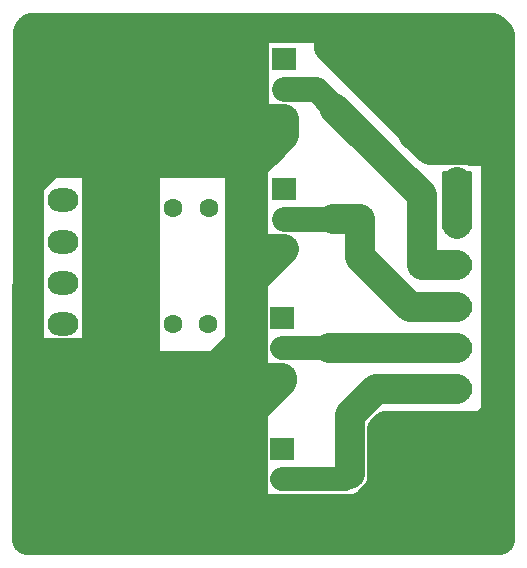
<source format=gbr>
G04 #@! TF.GenerationSoftware,KiCad,Pcbnew,5.1.9*
G04 #@! TF.CreationDate,2021-08-09T17:38:43+02:00*
G04 #@! TF.ProjectId,led_amplifier,6c65645f-616d-4706-9c69-666965722e6b,1*
G04 #@! TF.SameCoordinates,Original*
G04 #@! TF.FileFunction,Copper,L2,Bot*
G04 #@! TF.FilePolarity,Positive*
%FSLAX45Y45*%
G04 Gerber Fmt 4.5, Leading zero omitted, Abs format (unit mm)*
G04 Created by KiCad (PCBNEW 5.1.9) date 2021-08-09 17:38:43*
%MOMM*%
%LPD*%
G01*
G04 APERTURE LIST*
G04 #@! TA.AperFunction,ComponentPad*
%ADD10O,1.600000X1.600000*%
G04 #@! TD*
G04 #@! TA.AperFunction,ComponentPad*
%ADD11C,1.600000*%
G04 #@! TD*
G04 #@! TA.AperFunction,ComponentPad*
%ADD12O,2.000000X1.905000*%
G04 #@! TD*
G04 #@! TA.AperFunction,ComponentPad*
%ADD13R,2.000000X1.905000*%
G04 #@! TD*
G04 #@! TA.AperFunction,ComponentPad*
%ADD14O,2.600000X2.000000*%
G04 #@! TD*
G04 #@! TA.AperFunction,Conductor*
%ADD15C,1.700000*%
G04 #@! TD*
G04 #@! TA.AperFunction,Conductor*
%ADD16C,2.500000*%
G04 #@! TD*
G04 #@! TA.AperFunction,Conductor*
%ADD17C,2.200000*%
G04 #@! TD*
G04 #@! TA.AperFunction,Conductor*
%ADD18C,2.000000*%
G04 #@! TD*
G04 #@! TA.AperFunction,Conductor*
%ADD19C,2.100000*%
G04 #@! TD*
G04 APERTURE END LIST*
D10*
X15781020Y-9151620D03*
D11*
X15781020Y-8135620D03*
D12*
X16409670Y-9697720D03*
X16409670Y-9443720D03*
D13*
X16409670Y-9189720D03*
G04 #@! TA.AperFunction,ComponentPad*
G36*
G01*
X17784220Y-6837320D02*
X17994220Y-6837320D01*
G75*
G02*
X18019220Y-6862320I0J-25000D01*
G01*
X18019220Y-7012320D01*
G75*
G02*
X17994220Y-7037320I-25000J0D01*
G01*
X17784220Y-7037320D01*
G75*
G02*
X17759220Y-7012320I0J25000D01*
G01*
X17759220Y-6862320D01*
G75*
G02*
X17784220Y-6837320I25000J0D01*
G01*
G37*
G04 #@! TD.AperFunction*
D14*
X17889220Y-7287320D03*
X17889220Y-7637320D03*
X17889220Y-7987320D03*
X17889220Y-8337320D03*
X17889220Y-8687320D03*
X17889220Y-9037320D03*
D13*
X16422370Y-5894070D03*
D12*
X16422370Y-6148070D03*
X16422370Y-6402070D03*
D13*
X16422370Y-6993890D03*
D12*
X16422370Y-7247890D03*
X16422370Y-7501890D03*
D13*
X16410160Y-8081570D03*
D12*
X16410160Y-8335570D03*
X16410160Y-8589570D03*
G04 #@! TA.AperFunction,ComponentPad*
G36*
G01*
X14661740Y-8586140D02*
X14451740Y-8586140D01*
G75*
G02*
X14426740Y-8561140I0J25000D01*
G01*
X14426740Y-8411140D01*
G75*
G02*
X14451740Y-8386140I25000J0D01*
G01*
X14661740Y-8386140D01*
G75*
G02*
X14686740Y-8411140I0J-25000D01*
G01*
X14686740Y-8561140D01*
G75*
G02*
X14661740Y-8586140I-25000J0D01*
G01*
G37*
G04 #@! TD.AperFunction*
D14*
X14556740Y-8136140D03*
X14556740Y-7786140D03*
X14556740Y-7436140D03*
X14556740Y-7086140D03*
D11*
X15485110Y-8135620D03*
D10*
X15485110Y-9151620D03*
D11*
X15787370Y-7153910D03*
D10*
X15787370Y-6137910D03*
X15485110Y-6136640D03*
D11*
X15485110Y-7152640D03*
D15*
X15427100Y-9662160D02*
X15424870Y-9664390D01*
X15436610Y-9676130D02*
X15424870Y-9664390D01*
D16*
X15180310Y-9697720D02*
X14781530Y-9298940D01*
X17889220Y-9037320D02*
X17889220Y-9345930D01*
X16409670Y-9697720D02*
X16134080Y-9697720D01*
X14839390Y-8589570D02*
X14781530Y-8647430D01*
X14781530Y-8488680D02*
X14781530Y-8647430D01*
X16410160Y-8589570D02*
X16049700Y-8589570D01*
X16422370Y-7501890D02*
X16049700Y-7874560D01*
X16422370Y-6537640D02*
X16422370Y-6402070D01*
X16049700Y-6910310D02*
X16049700Y-5807150D01*
X16049700Y-5807150D02*
X15965170Y-5722620D01*
X16049700Y-5807150D02*
X16026840Y-5807150D01*
X15586150Y-5807150D02*
X15415255Y-5636255D01*
X15873730Y-5631180D02*
X16049700Y-5807150D01*
X15410180Y-5631180D02*
X15873730Y-5631180D01*
X14284960Y-5631180D02*
X14265910Y-5650230D01*
X17889220Y-9037320D02*
X17889220Y-9721850D01*
X17889220Y-9721850D02*
X17783810Y-9827260D01*
X14627225Y-9396095D02*
X14627225Y-8493125D01*
X14627225Y-8493125D02*
X14781530Y-8647430D01*
X17783810Y-9714230D02*
X17652365Y-9582785D01*
X17783810Y-9827260D02*
X17783810Y-9714230D01*
X17889220Y-9345930D02*
X17652365Y-9582785D01*
X17652365Y-9582785D02*
X17537430Y-9697720D01*
X17889220Y-9037320D02*
X17678400Y-9037320D01*
X17678400Y-9037320D02*
X17537430Y-9178290D01*
X17705070Y-9345930D02*
X17537430Y-9178290D01*
X17889220Y-9345930D02*
X17705070Y-9345930D01*
X17705070Y-9221470D02*
X17889220Y-9037320D01*
X17705070Y-9345930D02*
X17705070Y-9221470D01*
X17537430Y-9476740D02*
X17537430Y-9565640D01*
X17537430Y-9476740D02*
X17537430Y-9697720D01*
X17537430Y-9178290D02*
X17537430Y-9476740D01*
X17537430Y-9565640D02*
X17405350Y-9697720D01*
X17537430Y-9697720D02*
X17405350Y-9697720D01*
X17405350Y-9697720D02*
X17063720Y-9697720D01*
X16319154Y-9697720D02*
X16134080Y-9697720D01*
X17063720Y-9697720D02*
X16319154Y-9697720D01*
X16049700Y-9580170D02*
X15932150Y-9697720D01*
X16134080Y-9697720D02*
X15932150Y-9697720D01*
X15822220Y-9587790D02*
X15932150Y-9697720D01*
X15552980Y-9594140D02*
X15656560Y-9697720D01*
X15552980Y-8589570D02*
X15552980Y-9594140D01*
X15822220Y-8589570D02*
X15552980Y-8589570D01*
X15932150Y-9697720D02*
X15656560Y-9697720D01*
X15656560Y-9697720D02*
X15180310Y-9697720D01*
X15033550Y-8899450D02*
X14781530Y-8647430D01*
X15822220Y-8589570D02*
X15822220Y-8899450D01*
X15822220Y-8899450D02*
X15033550Y-8899450D01*
X15822220Y-8589570D02*
X15343430Y-8589570D01*
X15683155Y-8760385D02*
X15822220Y-8899450D01*
X15343430Y-8589570D02*
X15172615Y-8760385D01*
X15172615Y-8760385D02*
X15683155Y-8760385D01*
X15172615Y-8760385D02*
X15033550Y-8899450D01*
X15727530Y-9015730D02*
X15822220Y-9110420D01*
X14781530Y-9015730D02*
X15727530Y-9015730D01*
X14781530Y-8647430D02*
X14781530Y-9015730D01*
X14781530Y-9015730D02*
X14781530Y-9298940D01*
X15822220Y-8899450D02*
X15822220Y-9110420D01*
X14781530Y-9015730D02*
X15601800Y-9015730D01*
X15822220Y-9110420D02*
X15822220Y-9236150D01*
X15822220Y-9236150D02*
X15822220Y-9587790D01*
X15604490Y-9298940D02*
X15744750Y-9158680D01*
X14781530Y-9298940D02*
X15604490Y-9298940D01*
X15601800Y-9015730D02*
X15744750Y-9158680D01*
X15744750Y-9158680D02*
X15822220Y-9236150D01*
X15250160Y-9015730D02*
X15822220Y-9587790D01*
X14781530Y-9021050D02*
X15424870Y-9664390D01*
X14781530Y-9015730D02*
X14781530Y-9021050D01*
X15119350Y-9066370D02*
X15119350Y-9015730D01*
X15719870Y-9666890D02*
X15119350Y-9066370D01*
X14781530Y-9015730D02*
X15119350Y-9015730D01*
X15119350Y-9015730D02*
X15250160Y-9015730D01*
X17783810Y-9827260D02*
X15276830Y-9827260D01*
X15276830Y-9827260D02*
X15058390Y-9827260D01*
X14697710Y-9827260D02*
X14521180Y-9650730D01*
X14267180Y-9827260D02*
X14903450Y-9827260D01*
X14265910Y-9825990D02*
X14267180Y-9827260D01*
X15276830Y-9827260D02*
X14903450Y-9827260D01*
X14903450Y-9827260D02*
X14697710Y-9827260D01*
X15989871Y-6073711D02*
X15723310Y-5807150D01*
X16049700Y-5807150D02*
X15723310Y-5807150D01*
X15723310Y-5807150D02*
X15586150Y-5807150D01*
X14502829Y-6769799D02*
X14265910Y-6532880D01*
X14443011Y-6769799D02*
X14916721Y-6769799D01*
X14265910Y-6946900D02*
X14443011Y-6769799D01*
X14265910Y-6946900D02*
X14265910Y-8131810D01*
X14265910Y-6532880D02*
X14265910Y-6946900D01*
X15989871Y-6769799D02*
X14916721Y-6769799D01*
X14916721Y-6769799D02*
X14502829Y-6769799D01*
X14265910Y-6325870D02*
X14265910Y-6532880D01*
X15645280Y-5885180D02*
X15723310Y-5807150D01*
X14265910Y-5650230D02*
X14265910Y-5885180D01*
X15801340Y-5885180D02*
X15989871Y-6073711D01*
X15989871Y-6357049D02*
X15989871Y-6257861D01*
X15989871Y-6357049D02*
X15989871Y-6073711D01*
X15617190Y-5885180D02*
X15801340Y-5885180D01*
X15706789Y-6357049D02*
X15234920Y-5885180D01*
X15989871Y-6357049D02*
X15706789Y-6357049D01*
X14265910Y-5885180D02*
X15234920Y-5885180D01*
X15234920Y-5885180D02*
X15617190Y-5885180D01*
X14461490Y-6046470D02*
X14265910Y-6242050D01*
X15778480Y-6046470D02*
X15617190Y-5885180D01*
X15778480Y-6046470D02*
X14461490Y-6046470D01*
X14265910Y-5885180D02*
X14265910Y-6242050D01*
X14265910Y-6242050D02*
X14265910Y-6325870D01*
X14575790Y-6153150D02*
X14334490Y-6394450D01*
X15885160Y-6153150D02*
X14575790Y-6153150D01*
X15885160Y-6153150D02*
X15778480Y-6046470D01*
X15989871Y-6257861D02*
X15885160Y-6153150D01*
X14334490Y-6394450D02*
X14265910Y-6325870D01*
X14666659Y-6257861D02*
X14432280Y-6492240D01*
X14432280Y-6492240D02*
X14334490Y-6394450D01*
X15989871Y-6769799D02*
X15989871Y-6562789D01*
X15989871Y-6562789D02*
X14971587Y-6562789D01*
X15989871Y-6562789D02*
X15989871Y-6357049D01*
X14848013Y-6769799D02*
X15359951Y-6257861D01*
X15989871Y-6257861D02*
X15359951Y-6257861D01*
X14502829Y-6769799D02*
X14848013Y-6769799D01*
X15359951Y-6257861D02*
X14666659Y-6257861D01*
X15706789Y-6357049D02*
X15071661Y-6357049D01*
X14971587Y-6562789D02*
X14918754Y-6509956D01*
X15071661Y-6357049D02*
X14918754Y-6509956D01*
X14918754Y-6509956D02*
X14666659Y-6257861D01*
X14603794Y-6509956D02*
X14526895Y-6586855D01*
X14918754Y-6509956D02*
X14603794Y-6509956D01*
X14526895Y-6586855D02*
X14432280Y-6492240D01*
X14918690Y-5631180D02*
X14664690Y-5885180D01*
X15410180Y-5631180D02*
X14918690Y-5631180D01*
X14632940Y-5631180D02*
X15391280Y-5631180D01*
X15726410Y-5631180D02*
X14632940Y-5631180D01*
X14632940Y-5631180D02*
X14284960Y-5631180D01*
X14848013Y-6754174D02*
X14603794Y-6509956D01*
X14848013Y-6769799D02*
X14848013Y-6754174D01*
X17395190Y-5631180D02*
X16958310Y-5631180D01*
X17783810Y-9827260D02*
X18230850Y-9827260D01*
X18230850Y-9827260D02*
X18220690Y-9817100D01*
X18197830Y-9037320D02*
X18220690Y-9060180D01*
X17889220Y-9037320D02*
X18197830Y-9037320D01*
X18220690Y-9060180D02*
X18220690Y-6456680D01*
X17889220Y-9037320D02*
X17889220Y-9038590D01*
X17889220Y-9038590D02*
X18220690Y-9370060D01*
X18220690Y-9370060D02*
X18220690Y-9060180D01*
X17889220Y-9037320D02*
X17889220Y-9375140D01*
X18220690Y-9817100D02*
X18220690Y-9706610D01*
X18220690Y-9706610D02*
X18220690Y-9370060D01*
X17783810Y-9822180D02*
X18060035Y-9545955D01*
X17783810Y-9827260D02*
X17783810Y-9822180D01*
X17889220Y-9375140D02*
X18060035Y-9545955D01*
X18060035Y-9545955D02*
X18220690Y-9706610D01*
X16958310Y-5631180D02*
X17622520Y-5631180D01*
X18220690Y-5655310D02*
X18196560Y-5631180D01*
X18196560Y-5631180D02*
X17792700Y-5631180D01*
X17792700Y-5631180D02*
X17622520Y-5631180D01*
X18012410Y-6061710D02*
X18012410Y-6248400D01*
X18220690Y-6456680D02*
X18012410Y-6248400D01*
X17792700Y-5631180D02*
X17792700Y-5842000D01*
X18196560Y-5631180D02*
X18196560Y-5676900D01*
X17912080Y-5961380D02*
X18012410Y-6061710D01*
X17867630Y-5767070D02*
X17792700Y-5842000D01*
X18106390Y-5767070D02*
X17867630Y-5767070D01*
X18196560Y-5676900D02*
X18106390Y-5767070D01*
X18106390Y-5767070D02*
X17912080Y-5961380D01*
X18220690Y-6023610D02*
X17974310Y-6023610D01*
X17974310Y-6023610D02*
X17912080Y-5961380D01*
X18220690Y-6023610D02*
X18220690Y-5655310D01*
X16927830Y-5767070D02*
X16791940Y-5631180D01*
X16791940Y-5631180D02*
X16958310Y-5631180D01*
X17867630Y-5767070D02*
X17056100Y-5767070D01*
X17056100Y-5767070D02*
X16927830Y-5767070D01*
X18204180Y-6667500D02*
X18220690Y-6667500D01*
X18220690Y-6667500D02*
X18220690Y-6023610D01*
X18220690Y-6023610D02*
X18220690Y-6849110D01*
X18220690Y-6849110D02*
X18220690Y-6667500D01*
X18058130Y-6478270D02*
X18204180Y-6667500D01*
X18058130Y-6478270D02*
X17692370Y-6478270D01*
X17122140Y-5908040D02*
X17122140Y-5767070D01*
X17056100Y-5767070D02*
X17122140Y-5767070D01*
X17829530Y-5908040D02*
X17844135Y-5893435D01*
X17792700Y-5842000D02*
X17844135Y-5893435D01*
X17844135Y-5893435D02*
X17912080Y-5961380D01*
X17834610Y-6168390D02*
X17883505Y-6119495D01*
X17382490Y-6168390D02*
X17834610Y-6168390D01*
X17382490Y-6168390D02*
X17122140Y-5908040D01*
X17692370Y-6478270D02*
X17382490Y-6168390D01*
X18012410Y-6248400D02*
X17883505Y-6119495D01*
X17883505Y-6119495D02*
X17395190Y-5631180D01*
X17989550Y-6478270D02*
X17419320Y-5908040D01*
X18058130Y-6478270D02*
X17989550Y-6478270D01*
X17122140Y-5908040D02*
X17419320Y-5908040D01*
X17419320Y-5908040D02*
X17829530Y-5908040D01*
X15236190Y-5631180D02*
X14982190Y-5885180D01*
X15410180Y-5631180D02*
X15236190Y-5631180D01*
X14664690Y-5885180D02*
X14982190Y-5885180D01*
X15410180Y-5631180D02*
X15410180Y-5797550D01*
X15410180Y-5797550D02*
X15322550Y-5885180D01*
X14982190Y-5885180D02*
X15322550Y-5885180D01*
X15322550Y-5885180D02*
X15645280Y-5885180D01*
X14632940Y-5711190D02*
X14458950Y-5885180D01*
X14265910Y-5885180D02*
X14458950Y-5885180D01*
X14632940Y-5631180D02*
X14632940Y-5711190D01*
X14458950Y-5885180D02*
X14664690Y-5885180D01*
X14284960Y-5711190D02*
X14458950Y-5885180D01*
X14284960Y-5631180D02*
X14284960Y-5711190D01*
X16225670Y-5631180D02*
X16314420Y-5631180D01*
X16049700Y-5807150D02*
X16225670Y-5631180D01*
X15726410Y-5631180D02*
X16314420Y-5631180D01*
X16314420Y-5631180D02*
X16791940Y-5631180D01*
X16049700Y-6369760D02*
X16049700Y-5807150D01*
X16319975Y-6640035D02*
X16422370Y-6537640D01*
X16082010Y-6402070D02*
X16049700Y-6369760D01*
X16422370Y-6402070D02*
X16082010Y-6402070D01*
X16049700Y-6910310D02*
X16319975Y-6640035D01*
X18004359Y-6667500D02*
X18204180Y-6667500D01*
X18001058Y-6664199D02*
X18004359Y-6667500D01*
X17656049Y-6664199D02*
X18001058Y-6664199D01*
X14817090Y-9650730D02*
X14849475Y-9618345D01*
X14521180Y-9650730D02*
X14817090Y-9650730D01*
X15058390Y-9827260D02*
X14849475Y-9618345D01*
X14849475Y-9618345D02*
X14627225Y-9396095D01*
X18220690Y-9706610D02*
X18252177Y-9706610D01*
X18249911Y-5684531D02*
X18220690Y-5655310D01*
X18252177Y-9706610D02*
X18249911Y-5684531D01*
X18252177Y-9706610D02*
X18252177Y-9842237D01*
X14282156Y-9842237D02*
X14265910Y-9825990D01*
X14282156Y-9842237D02*
X18252177Y-9842237D01*
X18252177Y-9842237D02*
X18252177Y-9706503D01*
X18249911Y-9839971D02*
X18252177Y-9842237D01*
X14282156Y-9842237D02*
X14282156Y-9960509D01*
X18249911Y-9839971D02*
X18249911Y-9960509D01*
X14254435Y-5661705D02*
X14265910Y-5650230D01*
X14250897Y-9960509D02*
X14254435Y-5661705D01*
X15706789Y-5946689D02*
X15549320Y-5789220D01*
X15706789Y-6357049D02*
X15706789Y-5946689D01*
X15391280Y-5631180D02*
X15549320Y-5789220D01*
X15549320Y-5789220D02*
X15645280Y-5885180D01*
X14709839Y-6769799D02*
X14624050Y-6684010D01*
X14624050Y-6684010D02*
X14526895Y-6586855D01*
X16049700Y-7948601D02*
X16051021Y-7949922D01*
X16051021Y-8247458D02*
X16049700Y-8248779D01*
X16051021Y-7949922D02*
X16051021Y-8247458D01*
X16049700Y-7874560D02*
X16049700Y-7948601D01*
X16422370Y-7501890D02*
X16084700Y-7501890D01*
X16084700Y-7501890D02*
X16049700Y-7466890D01*
X16049700Y-7874560D02*
X16049700Y-7466890D01*
X16049700Y-7466890D02*
X16049700Y-6910310D01*
X16410160Y-8615190D02*
X16049700Y-8975650D01*
X16410160Y-8589570D02*
X16410160Y-8615190D01*
X16049700Y-8589570D02*
X16049700Y-8975650D01*
X14781530Y-8488680D02*
X14431010Y-8488680D01*
X14265910Y-8131810D02*
X14265910Y-8323580D01*
X14431010Y-8488680D02*
X14265910Y-8323580D01*
X14472920Y-8530590D02*
X14823440Y-8530590D01*
X14882420Y-8589570D02*
X14823440Y-8530590D01*
X14823440Y-8530590D02*
X14781530Y-8488680D01*
X14265910Y-8323580D02*
X14265910Y-8596630D01*
X14521180Y-8851900D02*
X14265910Y-8596630D01*
X14706600Y-9540240D02*
X14817090Y-9650730D01*
X14265910Y-9540240D02*
X14265910Y-9825990D01*
X14265910Y-9785350D02*
X14511020Y-9540240D01*
X14265910Y-9825990D02*
X14265910Y-9785350D01*
X14265910Y-9540240D02*
X14511020Y-9540240D01*
X14511020Y-9540240D02*
X14706600Y-9540240D01*
X14386560Y-9345930D02*
X14521180Y-9211310D01*
X14265910Y-9345930D02*
X14386560Y-9345930D01*
X14265910Y-9345930D02*
X14265910Y-9540240D01*
X14521180Y-9650730D02*
X14521180Y-9211310D01*
X14514830Y-9070340D02*
X14521180Y-9063990D01*
X14265910Y-9070340D02*
X14265910Y-9345930D01*
X14521180Y-9211310D02*
X14521180Y-9063990D01*
X14265910Y-9070340D02*
X14514830Y-9070340D01*
X14521180Y-9063990D02*
X14521180Y-8851900D01*
X14364970Y-8920480D02*
X14514830Y-9070340D01*
X14265910Y-8596630D02*
X14265910Y-8920480D01*
X14265910Y-8920480D02*
X14364970Y-8920480D01*
X14265910Y-8920480D02*
X14265910Y-9070340D01*
X15053235Y-8760385D02*
X14823440Y-8530590D01*
X15172615Y-8760385D02*
X15053235Y-8760385D01*
X15811500Y-8530590D02*
X16049700Y-8292390D01*
X16049700Y-8248779D02*
X16049700Y-8292390D01*
X16049700Y-8292390D02*
X16049700Y-8589570D01*
X14265910Y-8323580D02*
X14472920Y-8530590D01*
X15855950Y-8486140D02*
X16049700Y-8292390D01*
X15125700Y-8486140D02*
X14428470Y-8486140D01*
X14556740Y-8486140D02*
X15125700Y-8486140D01*
X14428470Y-8486140D02*
X14265910Y-8323580D01*
X15125700Y-8486140D02*
X15855950Y-8486140D01*
X16410160Y-8589570D02*
X14882420Y-8589570D01*
X16049700Y-8975650D02*
X16049700Y-9500160D01*
X16049700Y-9500160D02*
X16049700Y-9580170D01*
X16189960Y-9640420D02*
X16049700Y-9500160D01*
X16189960Y-9697720D02*
X16189960Y-9640420D01*
X16409670Y-9697720D02*
X16189960Y-9697720D01*
X16167970Y-5648390D02*
X16179999Y-5636361D01*
X16319975Y-6640035D02*
X16167970Y-6488030D01*
X16167970Y-6488030D02*
X16049700Y-6369760D01*
X16164669Y-9960349D02*
X16164509Y-9960509D01*
X16164669Y-6146331D02*
X16164669Y-9960349D01*
X16167970Y-6143030D02*
X16164669Y-6146331D01*
X16167970Y-6143030D02*
X16167970Y-5648390D01*
X16167970Y-6488030D02*
X16167970Y-6143030D01*
X18249911Y-9960509D02*
X16164509Y-9960509D01*
X16164509Y-9960509D02*
X14250897Y-9960509D01*
X17135053Y-9674216D02*
X17087224Y-9674216D01*
X17087224Y-9674216D02*
X17063720Y-9697720D01*
X17537430Y-9271839D02*
X17135053Y-9674216D01*
X17537430Y-9178290D02*
X17537430Y-9271839D01*
D17*
X18249911Y-8835911D02*
X18105822Y-8980000D01*
D16*
X18249911Y-5684531D02*
X18249911Y-8835911D01*
X18249911Y-8835911D02*
X18249911Y-9839971D01*
D17*
X18105822Y-8980000D02*
X17281000Y-8980000D01*
X17135053Y-9613498D02*
X17135053Y-9674216D01*
X17238711Y-9509840D02*
X17135053Y-9613498D01*
X17281000Y-8980000D02*
X17238711Y-9022289D01*
X17537430Y-9271839D02*
X17269261Y-9271839D01*
X17238711Y-9022289D02*
X17238711Y-9241289D01*
X17269261Y-9271839D02*
X17238711Y-9241289D01*
X17238711Y-9241289D02*
X17238711Y-9509840D01*
X17537430Y-9236430D02*
X17281000Y-8980000D01*
X17537430Y-9271839D02*
X17537430Y-9236430D01*
X18181380Y-8980000D02*
X18220690Y-8940690D01*
X17281000Y-8980000D02*
X18181380Y-8980000D01*
D16*
X18220690Y-9706610D02*
X18220690Y-8940690D01*
X18220690Y-8940690D02*
X18220690Y-6849110D01*
D17*
X16791940Y-5800090D02*
X17518425Y-6526575D01*
X16791940Y-5631180D02*
X16791940Y-5800090D01*
D16*
X17518425Y-6526575D02*
X17656049Y-6664199D01*
D17*
X14823440Y-6863080D02*
X14916721Y-6769799D01*
X15032410Y-6784008D02*
X15018201Y-6769799D01*
X15032410Y-8530590D02*
X15032410Y-6784008D01*
D16*
X15032410Y-8530590D02*
X15811500Y-8530590D01*
X14823440Y-8530590D02*
X15032410Y-8530590D01*
X15018201Y-6769799D02*
X14709839Y-6769799D01*
D17*
X15264201Y-6769799D02*
X15264201Y-8463799D01*
X15264201Y-8463799D02*
X15138430Y-8589570D01*
D16*
X15552980Y-8589570D02*
X15138430Y-8589570D01*
X15138430Y-8589570D02*
X14839390Y-8589570D01*
X15989871Y-6769799D02*
X15264201Y-6769799D01*
D17*
X15138430Y-6822168D02*
X15190799Y-6769799D01*
X15138430Y-8589570D02*
X15138430Y-6822168D01*
D16*
X15264201Y-6769799D02*
X15190799Y-6769799D01*
X15190799Y-6769799D02*
X15018201Y-6769799D01*
D17*
X14803141Y-8366141D02*
X14823440Y-8386440D01*
X14265910Y-8323580D02*
X14308471Y-8366141D01*
X14823440Y-8530590D02*
X14823440Y-8386440D01*
X14308471Y-8366141D02*
X14803141Y-8366141D01*
X14823440Y-8386440D02*
X14823440Y-6863080D01*
D16*
X17889220Y-7637320D02*
X17589220Y-7637320D01*
X17589220Y-7637320D02*
X17589220Y-7044920D01*
D18*
X16692370Y-6148070D02*
X16850650Y-6306350D01*
D19*
X16422370Y-6148070D02*
X16692370Y-6148070D01*
D16*
X17589220Y-7044920D02*
X16935150Y-6390850D01*
D19*
X16692370Y-6148070D02*
X16935150Y-6390850D01*
D16*
X16935150Y-6390850D02*
X16850650Y-6306350D01*
X17889220Y-7987320D02*
X17488320Y-7987320D01*
X17065890Y-7564890D02*
X17065890Y-7247890D01*
X17488320Y-7987320D02*
X17065890Y-7564890D01*
D15*
X17065890Y-7247890D02*
X16422370Y-7247890D01*
D16*
X17065890Y-7247890D02*
X16841890Y-7247890D01*
D19*
X16422370Y-7247890D02*
X16841890Y-7247890D01*
D16*
X16807320Y-8337320D02*
X16805570Y-8335570D01*
X17889220Y-8337320D02*
X16807320Y-8337320D01*
D18*
X16410160Y-8335570D02*
X16805570Y-8335570D01*
D16*
X17889220Y-8687320D02*
X17199680Y-8687320D01*
X16983710Y-8903290D02*
X16983710Y-9404215D01*
X17199680Y-8687320D02*
X16983710Y-8903290D01*
D18*
X16944205Y-9443720D02*
X16983710Y-9404215D01*
X16409670Y-9443720D02*
X16944205Y-9443720D01*
D16*
X17889220Y-7284200D02*
X17889220Y-6934200D01*
X17889220Y-7287320D02*
X17889220Y-6937320D01*
M02*

</source>
